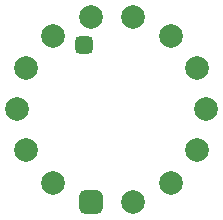
<source format=gbl>
G04 Layer_Physical_Order=2*
G04 Layer_Color=16711680*
%FSLAX25Y25*%
%MOIN*%
G70*
G01*
G75*
G04:AMPARAMS|DCode=10|XSize=59.06mil|YSize=59.06mil|CornerRadius=14.76mil|HoleSize=0mil|Usage=FLASHONLY|Rotation=0.000|XOffset=0mil|YOffset=0mil|HoleType=Round|Shape=RoundedRectangle|*
%AMROUNDEDRECTD10*
21,1,0.05906,0.02953,0,0,0.0*
21,1,0.02953,0.05906,0,0,0.0*
1,1,0.02953,0.01476,-0.01476*
1,1,0.02953,-0.01476,-0.01476*
1,1,0.02953,-0.01476,0.01476*
1,1,0.02953,0.01476,0.01476*
%
%ADD10ROUNDEDRECTD10*%
%ADD11C,0.07874*%
G04:AMPARAMS|DCode=12|XSize=78.74mil|YSize=78.74mil|CornerRadius=19.69mil|HoleSize=0mil|Usage=FLASHONLY|Rotation=0.000|XOffset=0mil|YOffset=0mil|HoleType=Round|Shape=RoundedRectangle|*
%AMROUNDEDRECTD12*
21,1,0.07874,0.03937,0,0,0.0*
21,1,0.03937,0.07874,0,0,0.0*
1,1,0.03937,0.01969,-0.01969*
1,1,0.03937,-0.01969,-0.01969*
1,1,0.03937,-0.01969,0.01969*
1,1,0.03937,0.01969,0.01969*
%
%ADD12ROUNDEDRECTD12*%
D10*
X-7776Y23425D02*
D03*
D11*
X8505Y-28637D02*
D03*
X21134Y-22555D02*
D03*
X29874Y-11596D02*
D03*
X32993Y2069D02*
D03*
X29874Y15735D02*
D03*
X21134Y26694D02*
D03*
X8505Y32776D02*
D03*
X-5512D02*
D03*
X-18141Y26694D02*
D03*
X-26880Y15735D02*
D03*
X-29999Y2069D02*
D03*
X-26880Y-11596D02*
D03*
X-18141Y-22555D02*
D03*
D12*
X-5512Y-28637D02*
D03*
M02*

</source>
